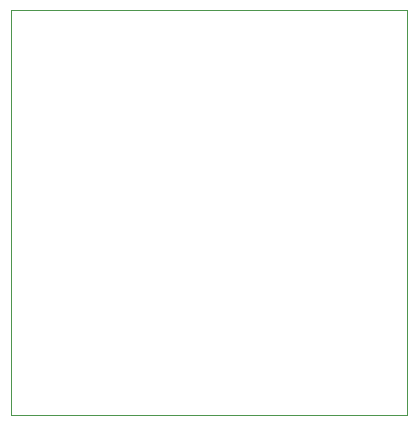
<source format=gm1>
G04 #@! TF.FileFunction,Profile,NP*
%FSLAX46Y46*%
G04 Gerber Fmt 4.6, Leading zero omitted, Abs format (unit mm)*
G04 Created by KiCad (PCBNEW 4.0.2-stable) date Monday, October 31, 2016 'PMt' 01:42:05 PM*
%MOMM*%
G01*
G04 APERTURE LIST*
%ADD10C,0.100000*%
G04 APERTURE END LIST*
D10*
X135128000Y-118110000D02*
X135128000Y-83820000D01*
X168656000Y-118110000D02*
X135128000Y-118110000D01*
X168656000Y-83820000D02*
X168656000Y-118110000D01*
X135128000Y-83820000D02*
X168656000Y-83820000D01*
M02*

</source>
